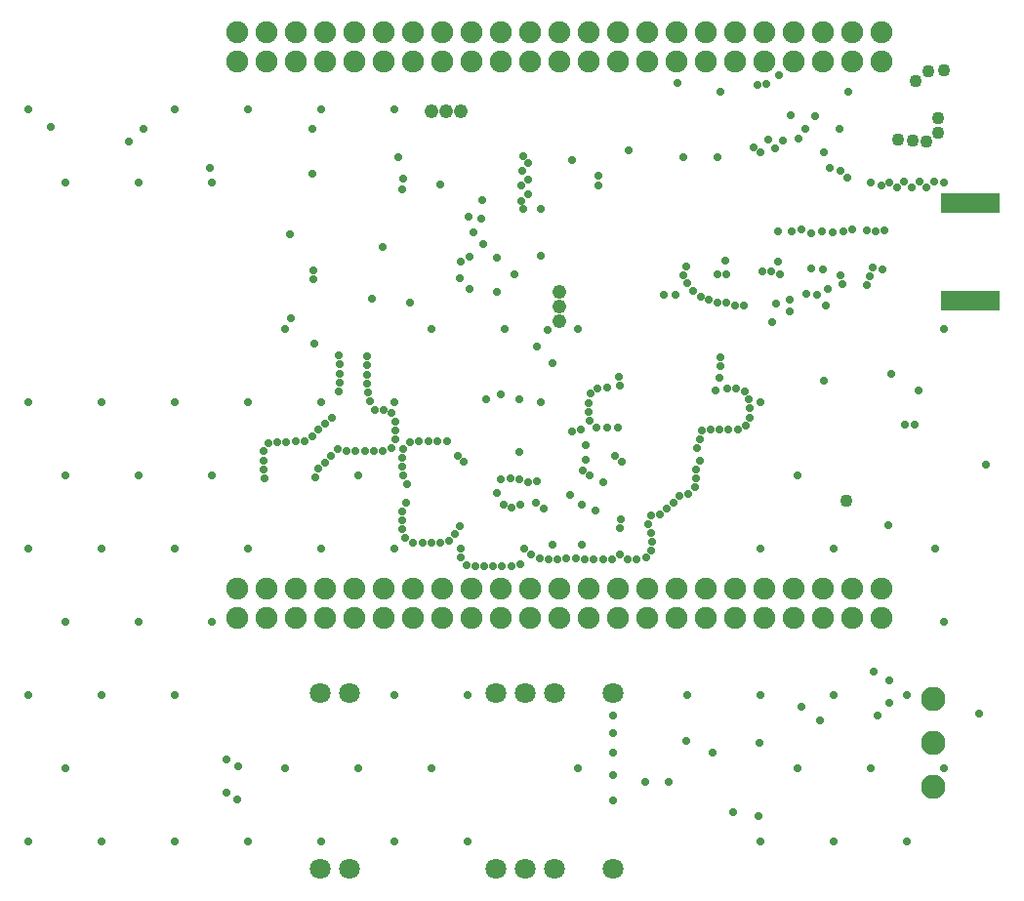
<source format=gbs>
G04 Layer_Color=16711935*
%FSLAX23Y23*%
%MOIN*%
G70*
G01*
G75*
%ADD104R,0.201X0.071*%
%ADD119C,0.071*%
%ADD120C,0.075*%
%ADD121C,0.048*%
%ADD122C,0.083*%
%ADD123C,0.029*%
%ADD124C,0.043*%
D104*
X3280Y1159D02*
D03*
Y1493D02*
D03*
D119*
X2060Y-782D02*
D03*
Y-182D02*
D03*
X1860Y-782D02*
D03*
X1760D02*
D03*
X1660D02*
D03*
X1160D02*
D03*
X1060D02*
D03*
X1860Y-182D02*
D03*
X1760D02*
D03*
X1160D02*
D03*
X1060D02*
D03*
X1660D02*
D03*
D120*
X775Y1975D02*
D03*
X875D02*
D03*
X975D02*
D03*
X1075D02*
D03*
X1175D02*
D03*
X1275D02*
D03*
X1375D02*
D03*
X1475D02*
D03*
X1575D02*
D03*
X1675D02*
D03*
X1775D02*
D03*
X1875D02*
D03*
X1975D02*
D03*
X2075D02*
D03*
X2175D02*
D03*
X2275D02*
D03*
X2375D02*
D03*
X2475D02*
D03*
X2575D02*
D03*
X2675D02*
D03*
X2775D02*
D03*
X2875D02*
D03*
X2975D02*
D03*
X775Y2075D02*
D03*
X875D02*
D03*
X975D02*
D03*
X1075D02*
D03*
X1175D02*
D03*
X1275D02*
D03*
X1375D02*
D03*
X1475D02*
D03*
X1575D02*
D03*
X1675D02*
D03*
X1775D02*
D03*
X1875D02*
D03*
X1975D02*
D03*
X2075D02*
D03*
X2175D02*
D03*
X2275D02*
D03*
X2375D02*
D03*
X2475D02*
D03*
X2575D02*
D03*
X2675D02*
D03*
X2775D02*
D03*
X2875D02*
D03*
X2975Y2076D02*
D03*
X775Y75D02*
D03*
X875D02*
D03*
X975D02*
D03*
X1075D02*
D03*
X1175D02*
D03*
X1275D02*
D03*
X1375D02*
D03*
X1475D02*
D03*
X1575D02*
D03*
X1675D02*
D03*
X1775D02*
D03*
X1875D02*
D03*
X1975D02*
D03*
X2075D02*
D03*
X2175D02*
D03*
X2275D02*
D03*
X2375D02*
D03*
X2475D02*
D03*
X2575D02*
D03*
X2675D02*
D03*
X2775D02*
D03*
X2875D02*
D03*
X2975D02*
D03*
X775Y175D02*
D03*
X875D02*
D03*
X975D02*
D03*
X1075D02*
D03*
X1175D02*
D03*
X1275D02*
D03*
X1375D02*
D03*
X1475D02*
D03*
X1575D02*
D03*
X1675D02*
D03*
X1775D02*
D03*
X1875D02*
D03*
X1975D02*
D03*
X2075D02*
D03*
X2175D02*
D03*
X2275D02*
D03*
X2375D02*
D03*
X2475D02*
D03*
X2575D02*
D03*
X2675D02*
D03*
X2775D02*
D03*
X2875D02*
D03*
X2975Y176D02*
D03*
D121*
X1875Y1189D02*
D03*
Y1089D02*
D03*
Y1139D02*
D03*
X1439Y1807D02*
D03*
X1539D02*
D03*
X1489D02*
D03*
D122*
X3152Y-351D02*
D03*
Y-201D02*
D03*
Y-501D02*
D03*
D123*
X2470Y-586D02*
D03*
X3188Y1563D02*
D03*
Y1063D02*
D03*
Y63D02*
D03*
X3063Y-187D02*
D03*
X3188Y-437D02*
D03*
X3063Y-687D02*
D03*
X2938Y1563D02*
D03*
X2813Y313D02*
D03*
Y-187D02*
D03*
X2938Y-437D02*
D03*
X2813Y-687D02*
D03*
X2563Y813D02*
D03*
X2688Y563D02*
D03*
X2563Y313D02*
D03*
Y-187D02*
D03*
X2688Y-437D02*
D03*
X2563Y-687D02*
D03*
X2313Y-187D02*
D03*
X1813Y1313D02*
D03*
X1938Y1063D02*
D03*
X1813Y813D02*
D03*
X1938Y-437D02*
D03*
X1688Y1063D02*
D03*
X1563Y-187D02*
D03*
Y-687D02*
D03*
X1313Y1813D02*
D03*
X1438Y1063D02*
D03*
X1313Y813D02*
D03*
Y313D02*
D03*
Y-187D02*
D03*
X1438Y-437D02*
D03*
X1313Y-687D02*
D03*
X1063Y1813D02*
D03*
Y813D02*
D03*
X1188Y563D02*
D03*
X1063Y313D02*
D03*
X1188Y-437D02*
D03*
X1063Y-687D02*
D03*
X813Y1813D02*
D03*
X938Y1063D02*
D03*
X813Y813D02*
D03*
Y313D02*
D03*
X938Y-437D02*
D03*
X813Y-687D02*
D03*
X563Y1813D02*
D03*
X688Y1563D02*
D03*
X563Y813D02*
D03*
X688Y563D02*
D03*
X563Y313D02*
D03*
X688Y63D02*
D03*
X563Y-187D02*
D03*
Y-687D02*
D03*
X438Y1563D02*
D03*
X313Y813D02*
D03*
X438Y563D02*
D03*
X313Y313D02*
D03*
X438Y63D02*
D03*
X313Y-187D02*
D03*
Y-687D02*
D03*
X63Y1813D02*
D03*
X188Y1563D02*
D03*
X63Y813D02*
D03*
X188Y563D02*
D03*
X63Y313D02*
D03*
X188Y63D02*
D03*
X63Y-187D02*
D03*
X188Y-437D02*
D03*
X63Y-687D02*
D03*
X943Y677D02*
D03*
X912Y677D02*
D03*
X1123Y972D02*
D03*
X1124Y941D02*
D03*
Y910D02*
D03*
Y879D02*
D03*
X1123Y848D02*
D03*
X1099Y760D02*
D03*
X1074Y740D02*
D03*
X1053Y719D02*
D03*
X1031Y697D02*
D03*
X1005Y679D02*
D03*
X974D02*
D03*
X882Y671D02*
D03*
X866Y645D02*
D03*
X865Y614D02*
D03*
Y583D02*
D03*
X870Y553D02*
D03*
X1042Y556D02*
D03*
X1053Y585D02*
D03*
X1074Y607D02*
D03*
X1096Y629D02*
D03*
X1118Y651D02*
D03*
X1149Y647D02*
D03*
X1180D02*
D03*
X1211Y647D02*
D03*
X1242Y647D02*
D03*
X1273D02*
D03*
X1302Y657D02*
D03*
X1315Y685D02*
D03*
X1316Y716D02*
D03*
X1316Y747D02*
D03*
X1303Y776D02*
D03*
X1275Y787D02*
D03*
X1244D02*
D03*
X1229Y815D02*
D03*
X1221Y845D02*
D03*
X1219Y876D02*
D03*
Y907D02*
D03*
Y938D02*
D03*
Y969D02*
D03*
X1538Y314D02*
D03*
X1539Y283D02*
D03*
X1557Y257D02*
D03*
X1587Y251D02*
D03*
X1618D02*
D03*
X1649Y252D02*
D03*
X1680Y251D02*
D03*
X1711D02*
D03*
X1741Y259D02*
D03*
X1661Y504D02*
D03*
X1353Y468D02*
D03*
X1340Y440D02*
D03*
X1340Y409D02*
D03*
Y378D02*
D03*
X1349Y348D02*
D03*
X1376Y333D02*
D03*
X1407Y333D02*
D03*
X1438D02*
D03*
X1469D02*
D03*
X1500Y338D02*
D03*
X1519Y362D02*
D03*
X1535Y388D02*
D03*
X1458Y679D02*
D03*
X1427D02*
D03*
X1396D02*
D03*
X1365Y676D02*
D03*
X1343Y654D02*
D03*
X1340Y623D02*
D03*
Y592D02*
D03*
X1342Y561D02*
D03*
X1355Y534D02*
D03*
X1549Y608D02*
D03*
X1527Y630D02*
D03*
X1491Y678D02*
D03*
X1742Y464D02*
D03*
X1713Y451D02*
D03*
X1684Y461D02*
D03*
X1756Y314D02*
D03*
X1778Y292D02*
D03*
X1807Y280D02*
D03*
X1838Y277D02*
D03*
X1869Y277D02*
D03*
X1900Y279D02*
D03*
X1931D02*
D03*
X1962Y276D02*
D03*
X1993Y276D02*
D03*
X2024D02*
D03*
X2055Y275D02*
D03*
X1821Y450D02*
D03*
X1796Y469D02*
D03*
X1949Y720D02*
D03*
X1919Y713D02*
D03*
X1676Y549D02*
D03*
X1707Y554D02*
D03*
X1737Y549D02*
D03*
X1767Y540D02*
D03*
X1798Y542D02*
D03*
X1966Y615D02*
D03*
X1954Y580D02*
D03*
X1979Y562D02*
D03*
X1913Y497D02*
D03*
X1998Y442D02*
D03*
X2087Y608D02*
D03*
X2066Y630D02*
D03*
X2085Y412D02*
D03*
X2082Y381D02*
D03*
X2082Y291D02*
D03*
X2109Y276D02*
D03*
X2140Y275D02*
D03*
X2171Y281D02*
D03*
X2190Y305D02*
D03*
X2192Y336D02*
D03*
X2190Y367D02*
D03*
X2180Y396D02*
D03*
X2187Y426D02*
D03*
X2218Y430D02*
D03*
X2242Y448D02*
D03*
X2264Y470D02*
D03*
X2286Y492D02*
D03*
X2316Y499D02*
D03*
X2338Y521D02*
D03*
X2342Y552D02*
D03*
X2341Y583D02*
D03*
X2354Y611D02*
D03*
X2037Y862D02*
D03*
X2006Y860D02*
D03*
X1982Y841D02*
D03*
X1976Y810D02*
D03*
Y779D02*
D03*
X1979Y748D02*
D03*
X2001Y726D02*
D03*
X2038Y725D02*
D03*
X2075D02*
D03*
X2346Y655D02*
D03*
X2355Y685D02*
D03*
X2361Y715D02*
D03*
X2391Y718D02*
D03*
X2422Y718D02*
D03*
X2453Y718D02*
D03*
X2484Y718D02*
D03*
X2513Y731D02*
D03*
X2524Y760D02*
D03*
Y791D02*
D03*
X2523Y822D02*
D03*
X2509Y849D02*
D03*
X2479Y859D02*
D03*
X2448D02*
D03*
X2078Y900D02*
D03*
X2081Y869D02*
D03*
X2410Y851D02*
D03*
X2423Y897D02*
D03*
X2424Y935D02*
D03*
X2426Y966D02*
D03*
X2271Y1178D02*
D03*
X2233Y1178D02*
D03*
X2616Y1149D02*
D03*
X2662Y1164D02*
D03*
X2775Y1266D02*
D03*
X2734Y1269D02*
D03*
X2628Y1250D02*
D03*
X2623Y1292D02*
D03*
X2622Y1395D02*
D03*
X2668D02*
D03*
X2703Y1402D02*
D03*
X2735Y1390D02*
D03*
X2772Y1395D02*
D03*
X2809Y1394D02*
D03*
X2300Y1246D02*
D03*
X2313Y1218D02*
D03*
X2333Y1193D02*
D03*
X2357Y1174D02*
D03*
X2385Y1161D02*
D03*
X2415Y1154D02*
D03*
X2446Y1153D02*
D03*
X2475Y1142D02*
D03*
X2506Y1141D02*
D03*
X2599Y1258D02*
D03*
X2568Y1260D02*
D03*
X2446Y1248D02*
D03*
X2876Y1402D02*
D03*
X2846Y1395D02*
D03*
X2834Y1247D02*
D03*
X2841Y1217D02*
D03*
X2924Y1213D02*
D03*
X2934Y1243D02*
D03*
X2946Y1271D02*
D03*
X2977Y1266D02*
D03*
X2985Y1399D02*
D03*
X2954Y1397D02*
D03*
X2924Y1400D02*
D03*
X3333Y600D02*
D03*
X1467Y1556D02*
D03*
X3056Y736D02*
D03*
X3087Y735D02*
D03*
X3103Y851D02*
D03*
X2777Y1665D02*
D03*
X1564Y1447D02*
D03*
X1607Y1438D02*
D03*
X1611Y1503D02*
D03*
X3000Y393D02*
D03*
X2663Y1122D02*
D03*
X2784Y1141D02*
D03*
X2780Y886D02*
D03*
X2791Y1198D02*
D03*
X2719Y1181D02*
D03*
X2860Y1578D02*
D03*
X2835Y1602D02*
D03*
X2800Y1613D02*
D03*
X2754Y1179D02*
D03*
X2626Y1930D02*
D03*
X2279Y1904D02*
D03*
X2583Y1899D02*
D03*
X2552Y1895D02*
D03*
X2415Y1649D02*
D03*
X2297Y1650D02*
D03*
X2555Y-600D02*
D03*
X2693Y1714D02*
D03*
X2716Y1745D02*
D03*
X2749Y1790D02*
D03*
X2009Y1587D02*
D03*
X2664Y1794D02*
D03*
X2009Y1551D02*
D03*
X1625Y823D02*
D03*
X1740Y824D02*
D03*
X1674Y838D02*
D03*
X2639Y1705D02*
D03*
X2588Y1708D02*
D03*
X2613Y1678D02*
D03*
X2562Y1667D02*
D03*
X1581Y1391D02*
D03*
X2537Y1684D02*
D03*
X1753Y1472D02*
D03*
X1812Y1472D02*
D03*
X1769Y1523D02*
D03*
X3154Y1565D02*
D03*
X3129Y1546D02*
D03*
X3104Y1565D02*
D03*
X3078Y1545D02*
D03*
X3052Y1565D02*
D03*
X1746Y1500D02*
D03*
X1746Y1551D02*
D03*
X1749Y1602D02*
D03*
X1753Y1653D02*
D03*
X1770Y1628D02*
D03*
X1769Y1573D02*
D03*
X3027Y1545D02*
D03*
X3002Y1561D02*
D03*
X2975Y1552D02*
D03*
X1615Y1352D02*
D03*
X682Y1613D02*
D03*
X2424Y1874D02*
D03*
X1539Y1292D02*
D03*
X454Y1746D02*
D03*
X405Y1704D02*
D03*
X779Y-430D02*
D03*
X737Y-408D02*
D03*
X2961Y-258D02*
D03*
X3002Y-215D02*
D03*
X2703Y-227D02*
D03*
X2764Y-273D02*
D03*
X3309Y-252D02*
D03*
X2399Y-384D02*
D03*
X2309Y-344D02*
D03*
X2559Y-351D02*
D03*
X2169Y-485D02*
D03*
X2248D02*
D03*
X2060Y-460D02*
D03*
X2060Y-383D02*
D03*
Y-317D02*
D03*
Y-258D02*
D03*
Y-548D02*
D03*
X775Y-543D02*
D03*
X738Y-522D02*
D03*
X2948Y-108D02*
D03*
X3001Y-139D02*
D03*
X1234Y1166D02*
D03*
X1038Y1014D02*
D03*
X958Y1100D02*
D03*
X955Y1385D02*
D03*
X1034Y1261D02*
D03*
Y1234D02*
D03*
X1663Y1305D02*
D03*
X1663Y1190D02*
D03*
X1722Y1250D02*
D03*
X1834Y1059D02*
D03*
X1800Y1004D02*
D03*
X1852Y946D02*
D03*
X2603Y1086D02*
D03*
X3158Y311D02*
D03*
X2831Y1745D02*
D03*
X2863Y1872D02*
D03*
X139Y1752D02*
D03*
X1365Y1152D02*
D03*
X1273Y1343D02*
D03*
X1326Y1649D02*
D03*
X1569Y1199D02*
D03*
X1570Y1308D02*
D03*
X1534Y1235D02*
D03*
X1738Y642D02*
D03*
X1952Y326D02*
D03*
X1853D02*
D03*
X1964Y666D02*
D03*
X1032Y1593D02*
D03*
X1339Y1540D02*
D03*
X1343Y1577D02*
D03*
X1033Y1745D02*
D03*
X1951Y463D02*
D03*
X2025Y539D02*
D03*
X3008Y908D02*
D03*
X1918Y1640D02*
D03*
X2442Y1296D02*
D03*
X2310Y1276D02*
D03*
X2415Y1250D02*
D03*
X2112Y1672D02*
D03*
D124*
X3189Y1945D02*
D03*
X3136Y1941D02*
D03*
X3092Y1909D02*
D03*
X3170Y1782D02*
D03*
X3167Y1733D02*
D03*
X3129Y1704D02*
D03*
X3081Y1706D02*
D03*
X3031Y1708D02*
D03*
X2855Y477D02*
D03*
M02*

</source>
